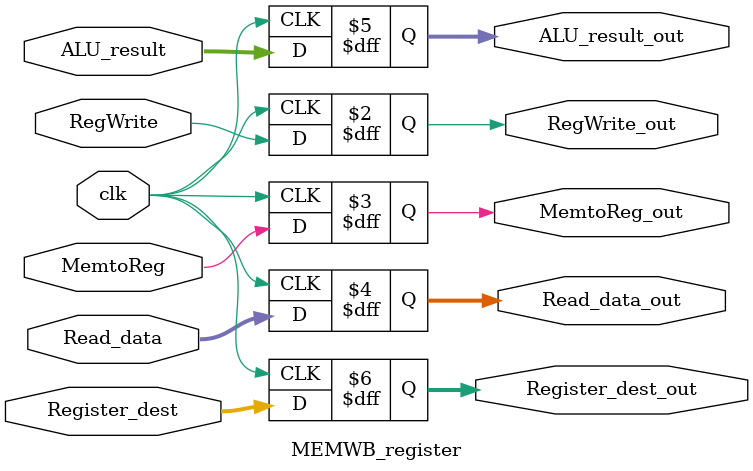
<source format=sv>
module MEMWB_register #(parameter Width = 32, parameter Depth = 32)(
	input logic clk, RegWrite, MemtoReg,
	input logic [Depth - 1:0] Read_data,
	input logic [Width -1:0] ALU_result,
	input logic [4:0] Register_dest,
	output logic RegWrite_out, MemtoReg_out,
	output logic [Depth - 1:0] Read_data_out,
	output logic [Width - 1:0] ALU_result_out,
	output logic [4:0] Register_dest_out
);

always_ff @(posedge clk) begin 
		Read_data_out <= Read_data;
		ALU_result_out <= ALU_result;
		Register_dest_out <= Register_dest;
		RegWrite_out <= RegWrite;
		MemtoReg_out <= MemtoReg;
	end
endmodule

</source>
